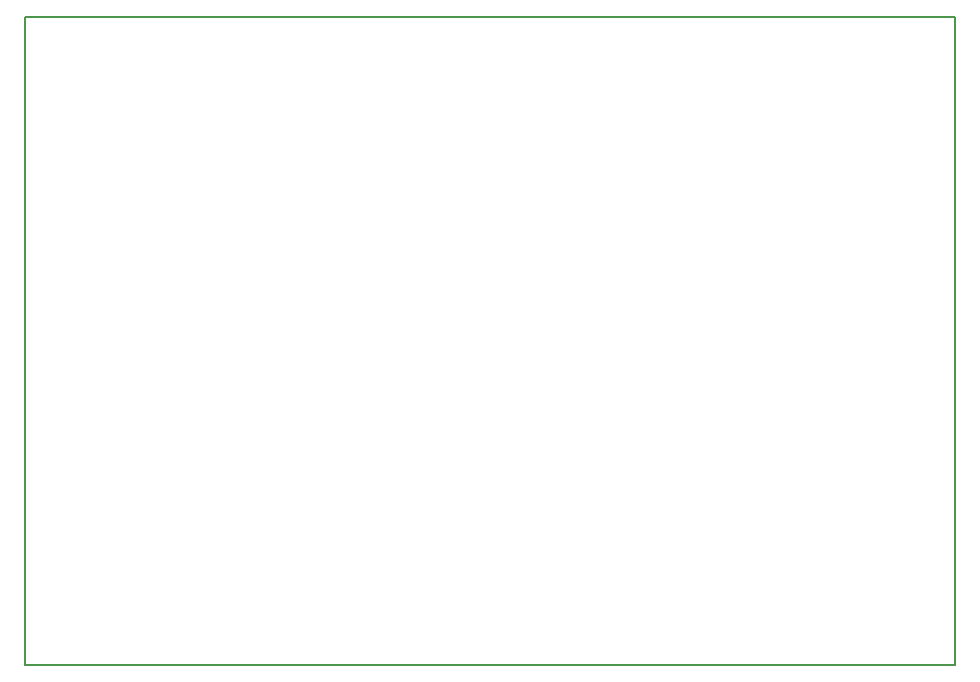
<source format=gm1>
G04 MADE WITH FRITZING*
G04 WWW.FRITZING.ORG*
G04 DOUBLE SIDED*
G04 HOLES PLATED*
G04 CONTOUR ON CENTER OF CONTOUR VECTOR*
%ASAXBY*%
%FSLAX23Y23*%
%MOIN*%
%OFA0B0*%
%SFA1.0B1.0*%
%ADD10R,3.111100X2.166660*%
%ADD11C,0.008000*%
%ADD10C,0.008*%
%LNCONTOUR*%
G90*
G70*
G54D10*
G54D11*
X8Y2159D02*
X3111Y2159D01*
X3111Y0D01*
X8Y0D01*
X8Y2159D01*
D02*
G04 End of contour*
M02*
</source>
